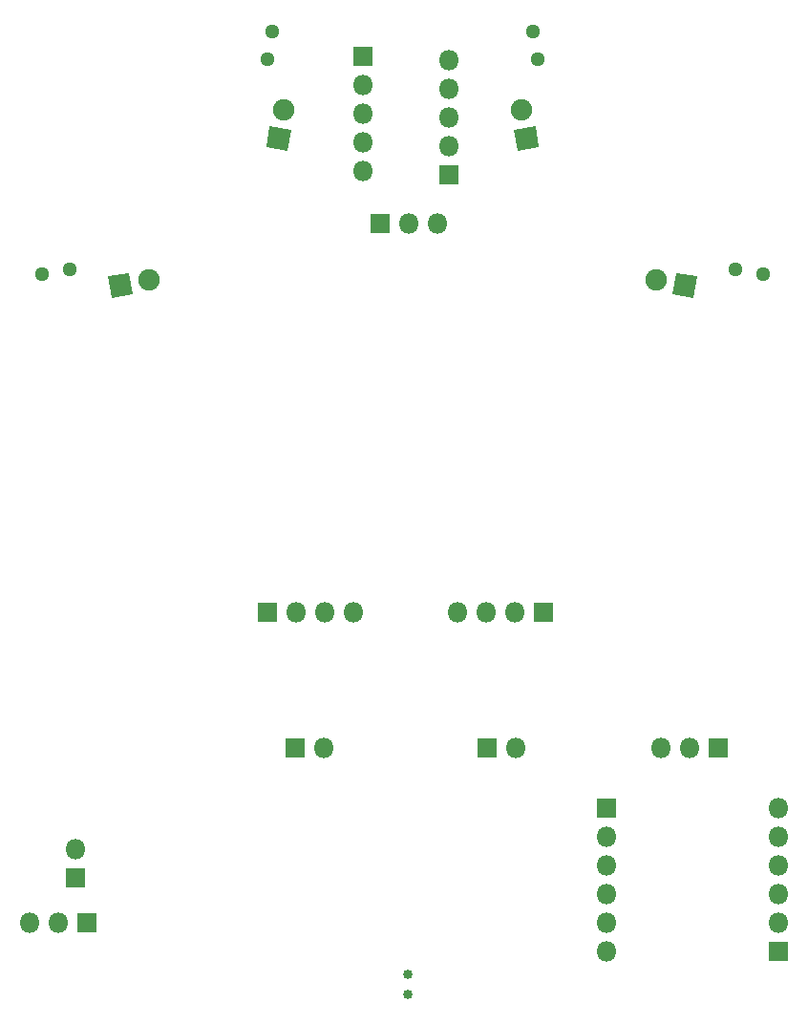
<source format=gbr>
%TF.GenerationSoftware,KiCad,Pcbnew,(5.1.6)-1*%
%TF.CreationDate,2022-04-30T17:28:47+09:00*%
%TF.ProjectId,RX621,52583632-312e-46b6-9963-61645f706362,rev?*%
%TF.SameCoordinates,Original*%
%TF.FileFunction,Soldermask,Bot*%
%TF.FilePolarity,Negative*%
%FSLAX46Y46*%
G04 Gerber Fmt 4.6, Leading zero omitted, Abs format (unit mm)*
G04 Created by KiCad (PCBNEW (5.1.6)-1) date 2022-04-30 17:28:47*
%MOMM*%
%LPD*%
G01*
G04 APERTURE LIST*
%ADD10R,1.800000X1.800000*%
%ADD11O,1.800000X1.800000*%
%ADD12C,1.900000*%
%ADD13C,0.100000*%
%ADD14C,1.292000*%
%ADD15C,0.850000*%
G04 APERTURE END LIST*
D10*
%TO.C,BAT1*%
X198000000Y-146500000D03*
D11*
X198000000Y-143960000D03*
%TD*%
%TO.C,CN1*%
X230080000Y-88500000D03*
X227540000Y-88500000D03*
D10*
X225000000Y-88500000D03*
%TD*%
%TO.C,ENC_L1*%
X215000000Y-123000000D03*
D11*
X217540000Y-123000000D03*
X220080000Y-123000000D03*
X222620000Y-123000000D03*
%TD*%
%TO.C,ENC_R1*%
X231880000Y-123000000D03*
X234420000Y-123000000D03*
X236960000Y-123000000D03*
D10*
X239500000Y-123000000D03*
%TD*%
%TO.C,G1*%
X223500000Y-73750000D03*
D11*
X223500000Y-76290000D03*
X223500000Y-78830000D03*
X223500000Y-81370000D03*
X223500000Y-83910000D03*
%TD*%
%TO.C,G2*%
X231100000Y-74090000D03*
X231100000Y-76630000D03*
X231100000Y-79170000D03*
X231100000Y-81710000D03*
D10*
X231100000Y-84250000D03*
%TD*%
D12*
%TO.C,IR1*%
X204501412Y-93558934D03*
D13*
G36*
X201229398Y-95100533D02*
G01*
X200899467Y-93229398D01*
X202770602Y-92899467D01*
X203100533Y-94770602D01*
X201229398Y-95100533D01*
G37*
%TD*%
%TO.C,IR2*%
G36*
X216770602Y-82100533D02*
G01*
X214899467Y-81770602D01*
X215229398Y-79899467D01*
X217100533Y-80229398D01*
X216770602Y-82100533D01*
G37*
D12*
X216441066Y-78498588D03*
%TD*%
%TO.C,IR3*%
X237558934Y-78498588D03*
D13*
G36*
X239100533Y-81770602D02*
G01*
X237229398Y-82100533D01*
X236899467Y-80229398D01*
X238770602Y-79899467D01*
X239100533Y-81770602D01*
G37*
%TD*%
%TO.C,IR4*%
G36*
X253100533Y-93229398D02*
G01*
X252770602Y-95100533D01*
X250899467Y-94770602D01*
X251229398Y-92899467D01*
X253100533Y-93229398D01*
G37*
D12*
X249498588Y-93558934D03*
%TD*%
D11*
%TO.C,M_L1*%
X237040000Y-135000000D03*
D10*
X234500000Y-135000000D03*
%TD*%
%TO.C,M_R1*%
X217500000Y-135000000D03*
D11*
X220040000Y-135000000D03*
%TD*%
D10*
%TO.C,MD1*%
X245094000Y-140334000D03*
D11*
X245094000Y-142874000D03*
X245094000Y-145414000D03*
X245094000Y-147954000D03*
X245094000Y-150494000D03*
X245094000Y-153034000D03*
%TD*%
%TO.C,MD2*%
X260334000Y-140334000D03*
X260334000Y-142874000D03*
X260334000Y-145414000D03*
X260334000Y-147954000D03*
X260334000Y-150494000D03*
D10*
X260334000Y-153034000D03*
%TD*%
D14*
%TO.C,S1*%
X195000000Y-93000000D03*
X197501412Y-92558934D03*
%TD*%
%TO.C,S2*%
X215441066Y-71498588D03*
X215000000Y-74000000D03*
%TD*%
%TO.C,S3*%
X239000000Y-74000000D03*
X238558934Y-71498588D03*
%TD*%
%TO.C,S4*%
X256498588Y-92558934D03*
X259000000Y-93000000D03*
%TD*%
D10*
%TO.C,SW1*%
X255000000Y-135000000D03*
D11*
X252460000Y-135000000D03*
X249920000Y-135000000D03*
%TD*%
D15*
%TO.C,SW3*%
X227500000Y-155100000D03*
X227500000Y-156900000D03*
%TD*%
D10*
%TO.C,SW4*%
X199000000Y-150500000D03*
D11*
X196460000Y-150500000D03*
X193920000Y-150500000D03*
%TD*%
M02*

</source>
